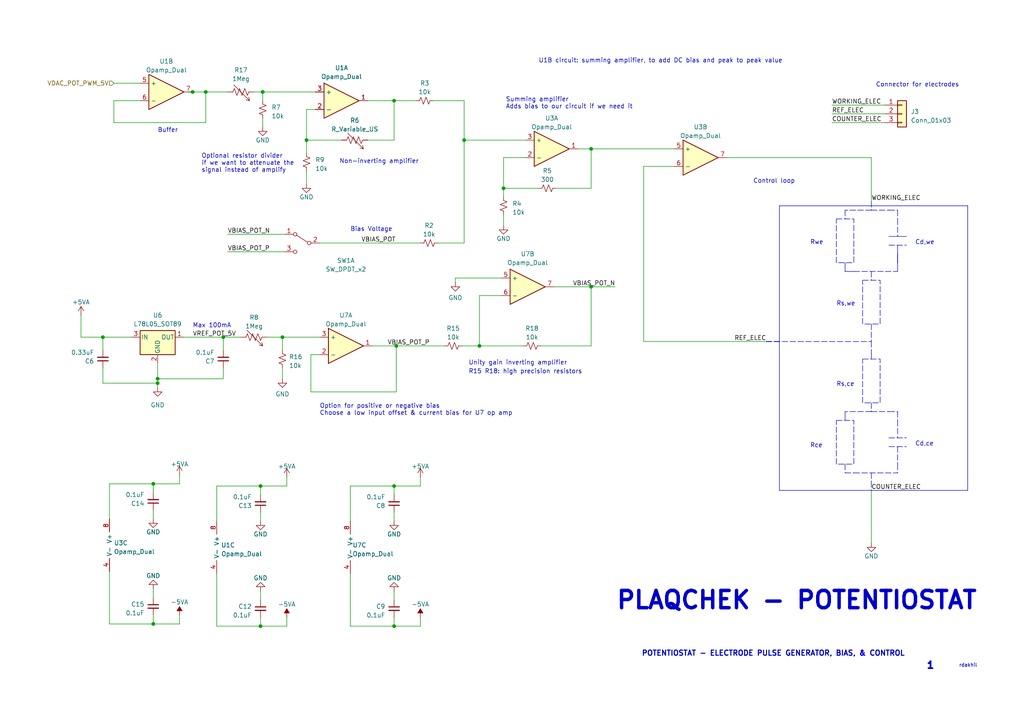
<source format=kicad_sch>
(kicad_sch (version 20230121) (generator eeschema)
  (paper "A4")
  (lib_symbols
    (symbol "Connector_Generic:Conn_01x03" (pin_names (offset 1.016) hide)
      (property "Reference" "J" (at 0 5.08 0))
      (property "Value" "Conn_01x03" (at 0 -5.08 0))
      (symbol "Conn_01x03_1_1"
        (rectangle (start -1.27 -2.413) (end 0 -2.667) (stroke (width 0.1524)))
        (rectangle (start -1.27 0.127) (end 0 -0.127) (stroke (width 0.1524)))
        (rectangle (start -1.27 2.667) (end 0 2.413) (stroke (width 0.1524)))
        (rectangle (start -1.27 3.81) (end 1.27 -3.81) (stroke (width 0.254)) (fill (type background)))
        (pin passive line (at -5.08 2.54 0) (length 3.81) (name "Pin_1") (number "1"))
        (pin passive line (at -5.08 0 0) (length 3.81) (name "Pin_2") (number "2"))
        (pin passive line (at -5.08 -2.54 0) (length 3.81) (name "Pin_3") (number "3"))
      )
    )
    (symbol "Device:C_Small" (pin_numbers hide) (pin_names (offset 0.254) hide)
      (property "Reference" "C" (at 0.254 1.778 0))
      (property "Value" "C_Small" (at 0.254 -2.032 0))
      (symbol "C_Small_0_1"
        (polyline (pts (xy -1.524 -0.508) (xy 1.524 -0.508)) (stroke (width 0.3302)))
        (polyline (pts (xy -1.524 0.508) (xy 1.524 0.508)) (stroke (width 0.3048)))
      )
      (symbol "C_Small_1_1"
        (pin passive line (at 0 2.54 270) (length 2.032) (name "~") (number "1"))
        (pin passive line (at 0 -2.54 90) (length 2.032) (name "~") (number "2"))
      )
    )
    (symbol "Device:Opamp_Dual"
      (property "Reference" "U" (at 0 5.08 0))
      (property "Value" "Opamp_Dual" (at 0 -5.08 0))
      (symbol "Opamp_Dual_1_1"
        (polyline (pts (xy -5.08 5.08) (xy 5.08 0) (xy -5.08 -5.08) (xy -5.08 5.08)) (stroke (width 0.254)) (fill (type background)))
        (pin output line (at 7.62 0 180) (length 2.54) (name "~") (number "1"))
        (pin input line (at -7.62 -2.54 0) (length 2.54) (name "-") (number "2"))
        (pin input line (at -7.62 2.54 0) (length 2.54) (name "+") (number "3"))
      )
      (symbol "Opamp_Dual_2_1"
        (polyline (pts (xy -5.08 5.08) (xy 5.08 0) (xy -5.08 -5.08) (xy -5.08 5.08)) (stroke (width 0.254)) (fill (type background)))
        (pin input line (at -7.62 2.54 0) (length 2.54) (name "+") (number "5"))
        (pin input line (at -7.62 -2.54 0) (length 2.54) (name "-") (number "6"))
        (pin output line (at 7.62 0 180) (length 2.54) (name "~") (number "7"))
      )
      (symbol "Opamp_Dual_3_1"
        (pin power_in line (at -2.54 -7.62 90) (length 3.81) (name "V-") (number "4"))
        (pin power_in line (at -2.54 7.62 270) (length 3.81) (name "V+") (number "8"))
      )
    )
    (symbol "Device:R_Small_US" (pin_numbers hide) (pin_names (offset 0.254) hide)
      (property "Reference" "R" (at 0.762 0.508 0))
      (property "Value" "R_Small_US" (at 0.762 -1.016 0))
      (symbol "R_Small_US_1_1"
        (polyline (pts (xy 0 0) (xy 1.016 -0.381) (xy 0 -0.762) (xy -1.016 -1.143) (xy 0 -1.524)))
        (polyline (pts (xy 0 1.524) (xy 1.016 1.143) (xy 0 0.762) (xy -1.016 0.381) (xy 0 0)))
        (pin passive line (at 0 2.54 270) (length 1.016) (name "~") (number "1"))
        (pin passive line (at 0 -2.54 90) (length 1.016) (name "~") (number "2"))
      )
    )
    (symbol "Device:R_Variable_US" (pin_numbers hide) (pin_names (offset 0))
      (property "Reference" "R" (at 2.54 -2.54 90))
      (property "Value" "R_Variable_US" (at -2.54 -1.27 90))
      (symbol "R_Variable_US_0_1"
        (polyline (pts (xy 0 -2.286) (xy 0 -2.54)))
        (polyline (pts (xy 0 2.286) (xy 0 2.54)))
        (polyline (pts (xy 0 -0.762) (xy 1.016 -1.143) (xy 0 -1.524) (xy -1.016 -1.905) (xy 0 -2.286)))
        (polyline (pts (xy 0 0.762) (xy 1.016 0.381) (xy 0 0) (xy -1.016 -0.381) (xy 0 -0.762)))
        (polyline (pts (xy 0 2.286) (xy 1.016 1.905) (xy 0 1.524) (xy -1.016 1.143) (xy 0 0.762)) (stroke (width 0.1524)))
        (polyline (pts (xy 2.286 1.524) (xy 2.54 2.54) (xy 1.524 2.286) (xy 2.54 2.54) (xy -2.032 -2.032)) (stroke (width 0.1524)))
      )
      (symbol "R_Variable_US_1_1"
        (pin passive line (at 0 3.81 270) (length 1.27) (name "~") (number "1"))
        (pin passive line (at 0 -3.81 90) (length 1.27) (name "~") (number "2"))
      )
    )
    (symbol "Regulator_Linear:L78L05_SOT89" (pin_names (offset 0.254))
      (property "Reference" "U" (at -3.81 3.175 0))
      (property "Value" "L78L05_SOT89" (at -0.635 3.175 0))
      (symbol "L78L05_SOT89_0_1"
        (rectangle (start -5.08 1.905) (end 5.08 -5.08) (stroke (width 0.254)) (fill (type background)))
      )
      (symbol "L78L05_SOT89_1_1"
        (pin power_out line (at 7.62 0 180) (length 2.54) (name "OUT") (number "1"))
        (pin power_in line (at 0 -7.62 90) (length 2.54) (name "GND") (number "2"))
        (pin power_in line (at -7.62 0 0) (length 2.54) (name "IN") (number "3"))
      )
    )
    (symbol "Switch:SW_DPDT_x2" (pin_names (offset 0) hide)
      (property "Reference" "SW" (at 0 4.318 0))
      (property "Value" "SW_DPDT_x2" (at 0 -5.08 0))
      (symbol "SW_DPDT_x2_0_0"
        (circle (center -2.032 0) (radius 0.508))
        (circle (center 2.032 -2.54) (radius 0.508))
      )
      (symbol "SW_DPDT_x2_0_1"
        (polyline (pts (xy -1.524 0.254) (xy 1.651 2.286)))
        (circle (center 2.032 2.54) (radius 0.508))
      )
      (symbol "SW_DPDT_x2_1_1"
        (pin passive line (at 5.08 2.54 180) (length 2.54) (name "A") (number "1"))
        (pin passive line (at -5.08 0 0) (length 2.54) (name "B") (number "2"))
        (pin passive line (at 5.08 -2.54 180) (length 2.54) (name "C") (number "3"))
      )
      (symbol "SW_DPDT_x2_2_1"
        (pin passive line (at 5.08 2.54 180) (length 2.54) (name "A") (number "4"))
        (pin passive line (at -5.08 0 0) (length 2.54) (name "B") (number "5"))
        (pin passive line (at 5.08 -2.54 180) (length 2.54) (name "C") (number "6"))
      )
    )
    (symbol "power:+5VA" (power) (pin_names (offset 0))
      (property "Value" "+5VA" (at 0 3.556 0))
      (symbol "+5VA_0_1"
        (polyline (pts (xy -0.762 1.27) (xy 0 2.54)))
        (polyline (pts (xy 0 0) (xy 0 2.54)))
        (polyline (pts (xy 0 2.54) (xy 0.762 1.27)))
      )
      (symbol "+5VA_1_1"
        (pin power_in line (at 0 0 90) (length 0) hide (name "+5VA") (number "1"))
      )
    )
    (symbol "power:-5VA" (power) (pin_names (offset 0))
      (property "Value" "-5VA" (at 0 3.81 0))
      (symbol "-5VA_0_0"
        (pin power_in line (at 0 0 90) (length 0) hide (name "-5VA") (number "1"))
      )
      (symbol "-5VA_0_1"
        (polyline (pts (xy 0 0) (xy 0 1.27) (xy 0.762 1.27) (xy 0 2.54) (xy -0.762 1.27) (xy 0 1.27)) (fill (type outline)))
      )
    )
    (symbol "power:GND" (power) (pin_names (offset 0))
      (property "Value" "GND" (at 0 -3.81 0))
      (symbol "GND_0_1"
        (polyline (pts (xy 0 0) (xy 0 -1.27) (xy 1.27 -1.27) (xy 0 -2.54) (xy -1.27 -1.27) (xy 0 -1.27)))
      )
      (symbol "GND_1_1"
        (pin power_in line (at 0 0 270) (length 0) hide (name "GND") (number "1"))
      )
    )
  )
  (junction (at 75.565 140.97))
  (junction (at 75.565 181.61))
  (junction (at 29.845 97.79))
  (junction (at 55.88 26.67))
  (junction (at 64.77 97.79))
  (junction (at 88.9 40.64))
  (junction (at 171.45 43.18))
  (junction (at 171.45 83.185))
  (junction (at 59.69 26.67))
  (junction (at 146.05 54.61))
  (junction (at 44.45 140.335))
  (junction (at 76.2 26.67))
  (junction (at 114.935 100.33))
  (junction (at 45.72 111.125))
  (junction (at 139.065 100.33))
  (junction (at 114.3 29.21))
  (junction (at 45.72 109.855))
  (junction (at 134.62 40.64))
  (junction (at 114.3 140.97))
  (junction (at 44.45 180.975))
  (junction (at 114.3 181.61))
  (junction (at 81.915 97.79))
  (wire (pts (xy 167.64 43.18) (xy 171.45 43.18)))
  (polyline (pts (xy 280.67 59.69) (xy 226.06 59.69)))
  (wire (pts (xy 52.07 137.795) (xy 52.07 140.335)))
  (wire (pts (xy 146.05 54.61) (xy 156.21 54.61)))
  (wire (pts (xy 92.71 70.485) (xy 121.92 70.485)))
  (wire (pts (xy 160.655 83.185) (xy 171.45 83.185)))
  (wire (pts (xy 64.77 97.79) (xy 69.85 97.79)))
  (wire (pts (xy 76.2 34.29) (xy 76.2 36.83)))
  (wire (pts (xy 88.9 40.64) (xy 88.9 44.45)))
  (wire (pts (xy 241.3 33.02) (xy 256.54 33.02)))
  (wire (pts (xy 64.77 106.68) (xy 64.77 109.855)))
  (polyline (pts (xy 226.06 142.24) (xy 252.73 142.24)))
  (polyline (pts (xy 245.11 137.16) (xy 247.65 137.16)) (stroke (width 0) (type dash)))
  (polyline (pts (xy 252.73 60.96) (xy 257.81 60.96)) (stroke (width 0) (type dash)))
  (polyline (pts (xy 260.35 134.62) (xy 260.35 137.16)) (stroke (width 0) (type dash)))
  (wire (pts (xy 31.75 140.335) (xy 44.45 140.335)))
  (wire (pts (xy 45.72 109.855) (xy 45.72 111.125)))
  (wire (pts (xy 44.45 142.875) (xy 44.45 140.335)))
  (wire (pts (xy 125.73 29.21) (xy 134.62 29.21)))
  (wire (pts (xy 101.6 181.61) (xy 114.3 181.61)))
  (wire (pts (xy 44.45 180.975) (xy 52.07 180.975)))
  (wire (pts (xy 145.415 85.725) (xy 139.065 85.725)))
  (polyline (pts (xy 260.35 73.66) (xy 260.35 76.2)))
  (wire (pts (xy 171.45 54.61) (xy 161.29 54.61)))
  (wire (pts (xy 139.065 85.725) (xy 139.065 100.33)))
  (wire (pts (xy 114.3 181.61) (xy 121.92 181.61)))
  (polyline (pts (xy 245.11 78.74) (xy 247.65 78.74)))
  (polyline (pts (xy 252.73 119.38) (xy 257.81 119.38)) (stroke (width 0) (type dash)))
  (wire (pts (xy 91.44 31.75) (xy 88.9 31.75)))
  (polyline (pts (xy 260.35 63.5) (xy 260.35 68.58)) (stroke (width 0) (type dash)))
  (wire (pts (xy 75.565 179.07) (xy 75.565 181.61)))
  (wire (pts (xy 59.69 35.56) (xy 33.02 35.56)))
  (polyline (pts (xy 226.06 99.06) (xy 226.06 142.24)))
  (wire (pts (xy 186.69 99.06) (xy 222.25 99.06)))
  (wire (pts (xy 146.05 45.72) (xy 152.4 45.72)))
  (polyline (pts (xy 245.11 60.96) (xy 245.11 63.5)) (stroke (width 0) (type dash)))
  (wire (pts (xy 75.565 151.13) (xy 75.565 148.59)))
  (wire (pts (xy 171.45 43.18) (xy 171.45 54.61)))
  (polyline (pts (xy 245.11 76.2) (xy 245.11 78.74)))
  (wire (pts (xy 45.72 111.125) (xy 45.72 112.395)))
  (wire (pts (xy 66.04 73.025) (xy 82.55 73.025)))
  (wire (pts (xy 114.3 29.21) (xy 106.68 29.21)))
  (wire (pts (xy 146.05 45.72) (xy 146.05 54.61)))
  (wire (pts (xy 44.45 170.815) (xy 44.45 173.355)))
  (wire (pts (xy 241.3 30.48) (xy 256.54 30.48)))
  (wire (pts (xy 31.75 150.495) (xy 31.75 140.335)))
  (wire (pts (xy 146.05 54.61) (xy 146.05 57.15)))
  (polyline (pts (xy 252.73 119.38) (xy 245.11 119.38)) (stroke (width 0) (type dash)))
  (wire (pts (xy 75.565 181.61) (xy 83.185 181.61)))
  (polyline (pts (xy 257.81 129.54) (xy 262.89 129.54)) (stroke (width 0) (type dash)))
  (polyline (pts (xy 257.81 127) (xy 262.89 127)) (stroke (width 0) (type dash)))
  (polyline (pts (xy 226.06 59.69) (xy 226.06 99.06)))
  (polyline (pts (xy 257.81 68.58) (xy 262.89 68.58)))
  (wire (pts (xy 114.3 151.13) (xy 114.3 148.59)))
  (polyline (pts (xy 252.73 142.24) (xy 280.67 142.24)))
  (wire (pts (xy 92.71 102.87) (xy 90.17 102.87)))
  (wire (pts (xy 101.6 151.13) (xy 101.6 140.97)))
  (wire (pts (xy 114.3 171.45) (xy 114.3 173.99)))
  (wire (pts (xy 77.47 97.79) (xy 81.915 97.79)))
  (wire (pts (xy 107.95 100.33) (xy 114.935 100.33)))
  (wire (pts (xy 73.66 26.67) (xy 76.2 26.67)))
  (wire (pts (xy 90.17 113.665) (xy 114.935 113.665)))
  (wire (pts (xy 145.415 80.645) (xy 132.08 80.645)))
  (wire (pts (xy 139.065 100.33) (xy 133.985 100.33)))
  (wire (pts (xy 132.08 80.645) (xy 132.08 81.915)))
  (wire (pts (xy 127 70.485) (xy 134.62 70.485)))
  (wire (pts (xy 90.17 102.87) (xy 90.17 113.665)))
  (wire (pts (xy 64.77 97.79) (xy 64.77 101.6)))
  (wire (pts (xy 114.3 143.51) (xy 114.3 140.97)))
  (wire (pts (xy 114.3 29.21) (xy 120.65 29.21)))
  (wire (pts (xy 29.845 106.68) (xy 29.845 111.125)))
  (wire (pts (xy 76.2 26.67) (xy 76.2 29.21)))
  (polyline (pts (xy 252.73 78.74) (xy 252.73 81.28)) (stroke (width 0) (type dash)))
  (polyline (pts (xy 252.73 93.98) (xy 252.73 99.06)) (stroke (width 0) (type dash)))
  (polyline (pts (xy 252.73 139.7) (xy 252.73 142.24)) (stroke (width 0) (type dash)))
  (wire (pts (xy 195.58 48.26) (xy 186.69 48.26)))
  (polyline (pts (xy 247.65 137.16) (xy 260.35 137.16)) (stroke (width 0) (type dash)))
  (polyline (pts (xy 252.73 101.6) (xy 252.73 104.14)))
  (wire (pts (xy 121.92 179.07) (xy 121.92 181.61)))
  (wire (pts (xy 59.69 26.67) (xy 59.69 35.56)))
  (wire (pts (xy 62.865 166.37) (xy 62.865 181.61)))
  (wire (pts (xy 29.845 97.79) (xy 29.845 101.6)))
  (wire (pts (xy 62.865 140.97) (xy 75.565 140.97)))
  (polyline (pts (xy 260.35 76.2) (xy 260.35 78.74)))
  (wire (pts (xy 75.565 143.51) (xy 75.565 140.97)))
  (wire (pts (xy 171.45 83.185) (xy 178.435 83.185)))
  (wire (pts (xy 171.45 100.33) (xy 156.845 100.33)))
  (wire (pts (xy 134.62 40.64) (xy 152.4 40.64)))
  (polyline (pts (xy 260.35 121.92) (xy 260.35 127)) (stroke (width 0) (type dash)))
  (polyline (pts (xy 252.73 137.16) (xy 252.73 139.7)) (stroke (width 0) (type dash)))
  (polyline (pts (xy 252.73 60.96) (xy 245.11 60.96)) (stroke (width 0) (type dash)))
  (wire (pts (xy 31.75 180.975) (xy 44.45 180.975)))
  (wire (pts (xy 186.69 48.26) (xy 186.69 99.06)))
  (wire (pts (xy 83.185 179.07) (xy 83.185 181.61)))
  (polyline (pts (xy 222.25 99.06) (xy 252.73 99.06)) (stroke (width 0) (type dash)))
  (wire (pts (xy 134.62 40.64) (xy 134.62 70.485)))
  (wire (pts (xy 114.3 140.97) (xy 121.92 140.97)))
  (wire (pts (xy 44.45 140.335) (xy 52.07 140.335)))
  (polyline (pts (xy 257.81 119.38) (xy 260.35 119.38)) (stroke (width 0) (type dash)))
  (wire (pts (xy 121.92 138.43) (xy 121.92 140.97)))
  (wire (pts (xy 75.565 171.45) (xy 75.565 173.99)))
  (wire (pts (xy 44.45 150.495) (xy 44.45 147.955)))
  (wire (pts (xy 23.495 97.79) (xy 29.845 97.79)))
  (wire (pts (xy 88.9 49.53) (xy 88.9 53.34)))
  (polyline (pts (xy 260.35 71.12) (xy 260.35 76.2)))
  (wire (pts (xy 146.05 62.23) (xy 146.05 65.405)))
  (wire (pts (xy 106.68 40.64) (xy 114.3 40.64)))
  (polyline (pts (xy 260.35 119.38) (xy 260.35 121.92)) (stroke (width 0) (type dash)))
  (wire (pts (xy 23.495 91.44) (xy 23.495 97.79)))
  (wire (pts (xy 134.62 29.21) (xy 134.62 40.64)))
  (wire (pts (xy 81.915 97.79) (xy 92.71 97.79)))
  (wire (pts (xy 29.845 97.79) (xy 38.1 97.79)))
  (wire (pts (xy 139.065 100.33) (xy 151.765 100.33)))
  (wire (pts (xy 62.865 151.13) (xy 62.865 140.97)))
  (wire (pts (xy 76.2 26.67) (xy 91.44 26.67)))
  (polyline (pts (xy 252.73 116.84) (xy 252.73 119.38)) (stroke (width 0) (type dash)))
  (wire (pts (xy 62.865 181.61) (xy 75.565 181.61)))
  (polyline (pts (xy 260.35 60.96) (xy 260.35 63.5)) (stroke (width 0) (type dash)))
  (wire (pts (xy 210.82 45.72) (xy 252.73 45.72)))
  (wire (pts (xy 33.02 35.56) (xy 33.02 29.21)))
  (polyline (pts (xy 280.67 142.24) (xy 280.67 59.69)))
  (wire (pts (xy 171.45 83.185) (xy 171.45 100.33)))
  (wire (pts (xy 88.9 40.64) (xy 99.06 40.64)))
  (wire (pts (xy 33.02 24.13) (xy 40.64 24.13)))
  (polyline (pts (xy 257.81 71.12) (xy 262.89 71.12)) (stroke (width 0) (type dash)))
  (wire (pts (xy 83.185 138.43) (xy 83.185 140.97)))
  (wire (pts (xy 241.3 35.56) (xy 256.54 35.56)))
  (wire (pts (xy 66.04 67.945) (xy 82.55 67.945)))
  (wire (pts (xy 45.72 105.41) (xy 45.72 109.855)))
  (wire (pts (xy 55.88 26.67) (xy 59.69 26.67)))
  (wire (pts (xy 75.565 140.97) (xy 83.185 140.97)))
  (wire (pts (xy 114.935 100.33) (xy 114.935 113.665)))
  (polyline (pts (xy 252.73 58.42) (xy 252.73 60.96)) (stroke (width 0) (type dash)))
  (wire (pts (xy 88.9 31.75) (xy 88.9 40.64)))
  (polyline (pts (xy 245.11 119.38) (xy 245.11 121.92)))
  (polyline (pts (xy 260.35 129.54) (xy 260.35 134.62)) (stroke (width 0) (type dash)))
  (wire (pts (xy 81.915 106.68) (xy 81.915 109.855)))
  (wire (pts (xy 54.61 26.67) (xy 55.88 26.67)))
  (wire (pts (xy 101.6 166.37) (xy 101.6 181.61)))
  (wire (pts (xy 44.45 178.435) (xy 44.45 180.975)))
  (wire (pts (xy 53.34 97.79) (xy 64.77 97.79)))
  (wire (pts (xy 101.6 140.97) (xy 114.3 140.97)))
  (polyline (pts (xy 247.65 78.74) (xy 260.35 78.74)) (stroke (width 0) (type dash)))
  (wire (pts (xy 59.69 26.67) (xy 66.04 26.67)))
  (wire (pts (xy 252.73 45.72) (xy 252.73 58.42)))
  (wire (pts (xy 33.02 29.21) (xy 40.64 29.21)))
  (wire (pts (xy 64.77 109.855) (xy 45.72 109.855)))
  (wire (pts (xy 114.3 179.07) (xy 114.3 181.61)))
  (wire (pts (xy 31.75 165.735) (xy 31.75 180.975)))
  (polyline (pts (xy 245.11 134.62) (xy 245.11 137.16)) (stroke (width 0) (type dash)))
  (polyline (pts (xy 252.73 99.06) (xy 252.73 101.6)) (stroke (width 0) (type dash)))
  (polyline (pts (xy 226.06 99.06) (xy 222.25 99.06)) (stroke (width 0) (type dash)))
  (wire (pts (xy 81.915 97.79) (xy 81.915 101.6)))
  (wire (pts (xy 252.73 142.24) (xy 252.73 157.48)))
  (polyline (pts (xy 257.81 60.96) (xy 260.35 60.96)) (stroke (width 0) (type dash)))
  (wire (pts (xy 52.07 178.435) (xy 52.07 180.975)))
  (wire (pts (xy 29.845 111.125) (xy 45.72 111.125)))
  (wire (pts (xy 114.935 100.33) (xy 128.905 100.33)))
  (wire (pts (xy 114.3 40.64) (xy 114.3 29.21)))
  (wire (pts (xy 171.45 43.18) (xy 195.58 43.18)))
  (rectangle (start 242.57 63.5) (end 247.65 76.2) (stroke (width 0) (type dash)))
  (rectangle (start 242.57 121.92) (end 247.65 134.62) (stroke (width 0) (type dash)))
  (rectangle (start 250.19 81.28) (end 255.27 93.98) (stroke (width 0) (type dash)))
  (rectangle (start 250.19 104.14) (end 255.27 116.84) (stroke (width 0) (type dash)))
  (text "Rs,we\n" (at 242.57 88.9 0) (effects (font (size 1.27 1.27)) (justify left bottom)))
  (text "Unity gain inverting amplifier" (at 135.89 106.045 0) (effects (font (size 1.27 1.27)) (justify left bottom)))
  (text "PLAQCHEK - POTENTIOSTAT" (at 178.435 177.165 0) (effects (font (size 5 5) (thickness 1) bold) (justify left bottom)))
  (text "Non-inverting amplifier" (at 98.425 47.625 0) (effects (font (size 1.27 1.27)) (justify left bottom)))
  (text "Option for positive or negative bias\nChoose a low input offset & current bias for U7 op amp\n" (at 92.71 120.65 0) (effects (font (size 1.27 1.27)) (justify left bottom)))
  (text "POTENTIOSTAT - ELECTRODE PULSE GENERATOR, BIAS, & CONTROL" (at 186.055 190.5 0) (effects (font (size 1.5 1.5) (thickness 0.3) bold) (justify left bottom)))
  (text "Bias Voltage\n" (at 101.6 67.31 0) (effects (font (size 1.27 1.27)) (justify left bottom)))
  (text "Rwe\n" (at 234.95 71.12 0) (effects (font (size 1.27 1.27)) (justify left bottom)))
  (text "Max 100mA" (at 55.88 95.25 0) (effects (font (size 1.27 1.27)) (justify left bottom)))
  (text "Optional resistor divider\nif we want to attenuate the  \nsignal instead of amplify" (at 58.42 50.165 0) (effects (font (size 1.27 1.27)) (justify left bottom)))
  (text "QUESTIONS\nwhere to make current measurement, to do cyclic voltammetry? or should we just optimize the input pulse\nbased on the light sensed by the photodiode and use that instead of current?" (at 167.64 220.345 0) (effects (font (size 1.27 1.27)) (justify left bottom)))
  (text "Control loop\n" (at 218.44 53.34 0) (effects (font (size 1.27 1.27)) (justify left bottom)))
  (text "Summing amplifier\nAdds bias to our circuit if we need it" (at 146.685 31.75 0) (effects (font (size 1.27 1.27)) (justify left bottom)))
  (text "Buffer\n\n" (at 45.72 40.64 0) (effects (font (size 1.27 1.27)) (justify left bottom)))
  (text "Cd,ce" (at 265.43 129.54 0) (effects (font (size 1.27 1.27)) (justify left bottom)))
  (text "Cd,we" (at 265.43 71.12 0) (effects (font (size 1.27 1.27)) (justify left bottom)))
  (text "R15 R18: high precision resistors\n" (at 135.89 108.585 0) (effects (font (size 1.27 1.27)) (justify left bottom)))
  (text "Rce\n\n" (at 234.95 132.08 0) (effects (font (size 1.27 1.27)) (justify left bottom)))
  (text "Connector for electrodes\n" (at 254 25.4 0) (effects (font (size 1.27 1.27)) (justify left bottom)))
  (text "U1B circuit: summing amplifier, to add DC bias and peak to peak value\n" (at 156.21 18.415 0) (effects (font (size 1.27 1.27)) (justify left bottom)))
  (text "Rs,ce\n\n" (at 242.57 114.3 0) (effects (font (size 1.27 1.27)) (justify left bottom)))
  (text "1" (at 268.605 194.31 0) (effects (font (size 2 2) (thickness 1) bold) (justify left bottom)))
  (text "rdakhil" (at 278.13 193.675 0) (effects (font (size 1 1)) (justify left bottom)))
  (label "REF_ELEC" (at 222.25 99.06 180))
  (label "VBIAS_POT_P" (at 112.395 100.33 0))
  (label "COUNTER_ELEC" (at 252.73 142.24 0))
  (label "WORKING_ELEC" (at 252.73 58.42 0))
  (label "VBIAS_POT_N" (at 66.04 67.945 0))
  (label "VBIAS_POT_P" (at 66.04 73.025 0))
  (label "VREF_POT_5V" (at 55.88 97.79 0))
  (label "VBIAS_POT_N" (at 178.435 83.185 180))
  (label "REF_ELEC" (at 241.3 33.02 0))
  (label "COUNTER_ELEC" (at 241.3 35.56 0))
  (label "WORKING_ELEC" (at 241.3 30.48 0))
  (label "VBIAS_POT" (at 104.775 70.485 0))
  (hierarchical_label "VDAC_POT_PWM_5V" (shape input) (at 33.02 24.13 180))
  (symbol (lib_id "power:GND") (at 252.73 157.48 0) (unit 1)
    (property "Reference" "#PWR026" (effects hide))
    (property "Value" "GND" (at 252.73 161.29 0))
  )
  (symbol (lib_id "Device:Opamp_Dual") (at 48.26 26.67 0) (unit 2)
    (property "Reference" "U1" (at 48.26 17.78 0))
    (property "Value" "Opamp_Dual" (at 48.26 20.32 0))
  )
  (symbol (lib_id "power:GND") (at 75.565 171.45 180) (unit 1)
    (property "Reference" "#PWR020" (effects hide))
    (property "Value" "GND" (at 75.565 167.64 0))
  )
  (symbol (lib_id "Device:R_Variable_US") (at 102.87 40.64 270) (unit 1)
    (property "Reference" "R6" (at 102.9081 34.925 90))
    (property "Value" "R_Variable_US" (at 102.9081 37.465 90))
  )
  (symbol (lib_id "Device:R_Small_US") (at 81.915 104.14 180) (unit 1)
    (property "Reference" "R16" (at 83.82 103.505 0) (effects (justify right)))
    (property "Value" "10k" (at 83.82 106.045 0) (effects (justify right)))
  )
  (symbol (lib_id "power:GND") (at 132.08 81.915 0) (unit 1)
    (property "Reference" "#PWR012" (effects hide))
    (property "Value" "GND" (at 132.08 86.36 0))
  )
  (symbol (lib_id "power:GND") (at 75.565 151.13 0) (unit 1)
    (property "Reference" "#PWR021" (effects hide))
    (property "Value" "GND" (at 75.565 154.94 0))
  )
  (symbol (lib_id "Device:Opamp_Dual") (at 160.02 43.18 0) (unit 1)
    (property "Reference" "U3" (at 160.02 34.29 0))
    (property "Value" "Opamp_Dual" (at 160.02 36.83 0))
  )
  (symbol (lib_id "power:GND") (at 76.2 36.83 0) (unit 1)
    (property "Reference" "#PWR017" (effects hide))
    (property "Value" "GND" (at 76.2 40.64 0))
  )
  (symbol (lib_id "power:-5VA") (at 52.07 178.435 0) (unit 1)
    (property "Reference" "#PWR027" (effects hide))
    (property "Value" "-5VA" (at 52.07 174.625 0))
  )
  (symbol (lib_id "Device:R_Small_US") (at 154.305 100.33 270) (unit 1)
    (property "Reference" "R18" (at 154.305 95.25 90))
    (property "Value" "10k" (at 154.305 97.79 90))
  )
  (symbol (lib_id "power:GND") (at 88.9 53.34 0) (unit 1)
    (property "Reference" "#PWR031" (effects hide))
    (property "Value" "GND" (at 88.9 57.15 0))
  )
  (symbol (lib_id "power:+5VA") (at 52.07 137.795 0) (unit 1)
    (property "Reference" "#PWR018" (effects hide))
    (property "Value" "+5VA" (at 52.07 134.62 0))
  )
  (symbol (lib_id "Device:R_Small_US") (at 124.46 70.485 90) (unit 1)
    (property "Reference" "R2" (at 124.46 65.405 90))
    (property "Value" "10k" (at 124.46 67.945 90))
  )
  (symbol (lib_id "Device:C_Small") (at 44.45 175.895 0) (mirror y) (unit 1)
    (property "Reference" "C15" (at 41.91 175.2663 0) (effects (justify left)))
    (property "Value" "0.1uF" (at 41.91 177.8063 0) (effects (justify left)))
  )
  (symbol (lib_id "power:GND") (at 146.05 65.405 0) (unit 1)
    (property "Reference" "#PWR024" (effects hide))
    (property "Value" "GND" (at 146.05 69.215 0))
  )
  (symbol (lib_id "Device:Opamp_Dual") (at 34.29 158.115 0) (unit 3)
    (property "Reference" "U3" (at 33.02 157.48 0) (effects (justify left)))
    (property "Value" "Opamp_Dual" (at 33.02 160.02 0) (effects (justify left)))
  )
  (symbol (lib_id "Device:R_Variable_US") (at 73.66 97.79 270) (unit 1)
    (property "Reference" "R8" (at 73.6981 92.075 90))
    (property "Value" "1Meg" (at 73.6981 94.615 90))
  )
  (symbol (lib_id "Device:Opamp_Dual") (at 153.035 83.185 0) (unit 2)
    (property "Reference" "U7" (at 153.035 73.66 0))
    (property "Value" "Opamp_Dual" (at 153.035 76.2 0))
  )
  (symbol (lib_id "Device:C_Small") (at 44.45 145.415 180) (unit 1)
    (property "Reference" "C14" (at 41.91 146.0437 0) (effects (justify left)))
    (property "Value" "0.1uF" (at 41.91 143.5037 0) (effects (justify left)))
  )
  (symbol (lib_id "Device:C_Small") (at 114.3 146.05 180) (unit 1)
    (property "Reference" "C8" (at 111.76 146.6787 0) (effects (justify left)))
    (property "Value" "0.1uF" (at 111.76 144.1387 0) (effects (justify left)))
  )
  (symbol (lib_id "power:GND") (at 81.915 109.855 0) (unit 1)
    (property "Reference" "#PWR010" (effects hide))
    (property "Value" "GND" (at 81.915 114.3 0))
  )
  (symbol (lib_id "Device:R_Small_US") (at 88.9 46.99 180) (unit 1)
    (property "Reference" "R9" (at 91.44 46.355 0) (effects (justify right)))
    (property "Value" "10k" (at 91.44 48.895 0) (effects (justify right)))
  )
  (symbol (lib_id "Device:R_Small_US") (at 158.75 54.61 90) (unit 1)
    (property "Reference" "R5" (at 158.75 49.53 90))
    (property "Value" "300" (at 158.75 52.07 90))
  )
  (symbol (lib_id "power:-5VA") (at 121.92 179.07 0) (unit 1)
    (property "Reference" "#PWR022" (effects hide))
    (property "Value" "-5VA" (at 121.92 175.26 0))
  )
  (symbol (lib_id "Device:Opamp_Dual") (at 100.33 100.33 0) (unit 1)
    (property "Reference" "U7" (at 100.33 91.44 0))
    (property "Value" "Opamp_Dual" (at 100.33 93.98 0))
  )
  (symbol (lib_id "Device:C_Small") (at 75.565 176.53 0) (mirror y) (unit 1)
    (property "Reference" "C12" (at 73.025 175.9013 0) (effects (justify left)))
    (property "Value" "0.1uF" (at 73.025 178.4413 0) (effects (justify left)))
  )
  (symbol (lib_id "power:-5VA") (at 83.185 179.07 0) (unit 1)
    (property "Reference" "#PWR016" (effects hide))
    (property "Value" "-5VA" (at 83.185 175.26 0))
  )
  (symbol (lib_id "power:GND") (at 114.3 151.13 0) (unit 1)
    (property "Reference" "#PWR014" (effects hide))
    (property "Value" "GND" (at 114.3 154.94 0))
  )
  (symbol (lib_id "Device:Opamp_Dual") (at 65.405 158.75 0) (unit 3)
    (property "Reference" "U1" (at 64.135 158.115 0) (effects (justify left)))
    (property "Value" "Opamp_Dual" (at 64.135 160.655 0) (effects (justify left)))
  )
  (symbol (lib_id "Device:C_Small") (at 114.3 176.53 0) (mirror y) (unit 1)
    (property "Reference" "C9" (at 111.76 175.9013 0) (effects (justify left)))
    (property "Value" "0.1uF" (at 111.76 178.4413 0) (effects (justify left)))
  )
  (symbol (lib_id "Device:C_Small") (at 75.565 146.05 180) (unit 1)
    (property "Reference" "C13" (at 73.025 146.6787 0) (effects (justify left)))
    (property "Value" "0.1uF" (at 73.025 144.1387 0) (effects (justify left)))
  )
  (symbol (lib_id "power:+5VA") (at 23.495 91.44 0) (unit 1)
    (property "Reference" "#PWR011" (effects hide))
    (property "Value" "+5VA" (at 23.495 87.63 0))
  )
  (symbol (lib_id "Device:C_Small") (at 29.845 104.14 180) (unit 1)
    (property "Reference" "C6" (at 27.305 104.7687 0) (effects (justify left)))
    (property "Value" "0.33uF" (at 27.305 102.2287 0) (effects (justify left)))
  )
  (symbol (lib_id "Device:R_Small_US") (at 123.19 29.21 90) (unit 1)
    (property "Reference" "R3" (at 123.19 24.13 90))
    (property "Value" "10k" (at 123.19 26.67 90))
  )
  (symbol (lib_id "Regulator_Linear:L78L05_SOT89") (at 45.72 97.79 0) (unit 1)
    (property "Reference" "U6" (at 45.72 91.44 0))
    (property "Value" "L78L05_SOT89" (at 45.72 93.98 0))
    (property "Footprint" "Package_TO_SOT_SMD:SOT-89-3" (effects hide))
    (property "Datasheet" "http://www.st.com/content/ccc/resource/technical/document/datasheet/15/55/e5/aa/23/5b/43/fd/CD00000446.pdf/files/CD00000446.pdf/jcr:content/translations/en.CD00000446.pdf" (effects hide))
  )
  (symbol (lib_id "Device:Opamp_Dual") (at 104.14 158.75 0) (unit 3)
    (property "Reference" "U7" (at 102.235 158.115 0) (effects (justify left)))
    (property "Value" "Opamp_Dual" (at 102.235 160.655 0) (effects (justify left)))
  )
  (symbol (lib_id "power:GND") (at 114.3 171.45 180) (unit 1)
    (property "Reference" "#PWR013" (effects hide))
    (property "Value" "GND" (at 114.3 167.64 0))
  )
  (symbol (lib_id "Device:C_Small") (at 64.77 104.14 180) (unit 1)
    (property "Reference" "C7" (at 62.23 104.7687 0) (effects (justify left)))
    (property "Value" "0.1uF" (at 62.23 102.2287 0) (effects (justify left)))
  )
  (symbol (lib_id "Switch:SW_DPDT_x2") (at 87.63 70.485 0) (mirror y) (unit 1)
    (property "Reference" "SW1" (at 100.33 75.565 0))
    (property "Value" "SW_DPDT_x2" (at 100.33 78.105 0))
  )
  (symbol (lib_id "Device:R_Small_US") (at 146.05 59.69 180) (unit 1)
    (property "Reference" "R4" (at 148.59 59.055 0) (effects (justify right)))
    (property "Value" "10k" (at 148.59 61.595 0) (effects (justify right)))
  )
  (symbol (lib_id "Device:R_Small_US") (at 76.2 31.75 180) (unit 1)
    (property "Reference" "R7" (at 78.74 31.115 0) (effects (justify right)))
    (property "Value" "10k" (at 78.74 33.655 0) (effects (justify right)))
  )
  (symbol (lib_id "power:GND") (at 44.45 170.815 180) (unit 1)
    (property "Reference" "#PWR028" (effects hide))
    (property "Value" "GND" (at 44.45 167.005 0))
  )
  (symbol (lib_id "Device:Opamp_Dual") (at 99.06 29.21 0) (unit 1)
    (property "Reference" "U1" (at 99.06 19.685 0))
    (property "Value" "Opamp_Dual" (at 99.06 22.225 0))
  )
  (symbol (lib_id "Device:R_Variable_US") (at 69.85 26.67 270) (unit 1)
    (property "Reference" "R17" (at 69.8881 20.32 90))
    (property "Value" "1Meg" (at 69.8881 22.86 90))
  )
  (symbol (lib_id "Device:R_Small_US") (at 131.445 100.33 270) (unit 1)
    (property "Reference" "R15" (at 131.445 95.25 90))
    (property "Value" "10k" (at 131.445 97.79 90))
  )
  (symbol (lib_id "power:+5VA") (at 83.185 138.43 0) (unit 1)
    (property "Reference" "#PWR019" (effects hide))
    (property "Value" "+5VA" (at 83.185 135.255 0))
  )
  (symbol (lib_id "Connector_Generic:Conn_01x03") (at 261.62 33.02 0) (unit 1)
    (property "Reference" "J3" (at 264.16 32.385 0) (effects (justify left)))
    (property "Value" "Conn_01x03" (at 264.16 34.925 0) (effects (justify left)))
  )
  (symbol (lib_id "Device:Opamp_Dual") (at 203.2 45.72 0) (unit 2)
    (property "Reference" "U3" (at 203.2 36.83 0))
    (property "Value" "Opamp_Dual" (at 203.2 39.37 0))
  )
  (symbol (lib_id "power:+5VA") (at 121.92 138.43 0) (unit 1)
    (property "Reference" "#PWR015" (effects hide))
    (property "Value" "+5VA" (at 121.92 135.255 0))
  )
  (symbol (lib_id "power:GND") (at 44.45 150.495 0) (unit 1)
    (property "Reference" "#PWR025" (effects hide))
    (property "Value" "GND" (at 44.45 154.305 0))
  )
  (symbol (lib_id "power:GND") (at 45.72 112.395 0) (unit 1)
    (property "Reference" "#PWR09" (effects hide))
    (property "Value" "GND" (at 45.72 117.475 0))
  )
)
</source>
